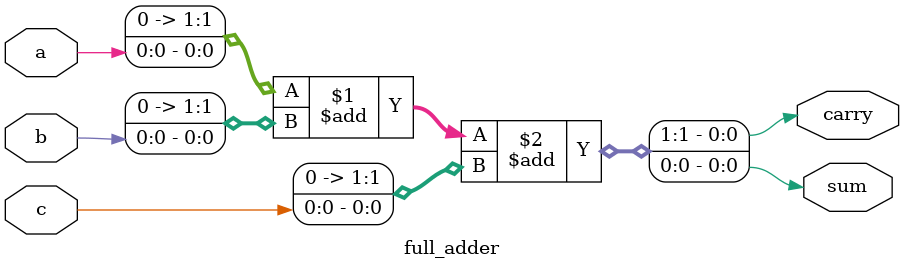
<source format=sv>
module bww_multiplier (
	input bit[7:0] a,
	input bit a_is_signed,
	input bit[7:0] b,
	input bit b_is_signed,

	output bit[7:0] mul,
	output bit[7:0] mulh
);
	wire s0, c0;
	half_adder adder0(.a(a[0] & b[1]), .b(a[1] & b[0]), .sum(s0), .carry(c0));
	wire s1, c1;
	full_adder adder1 (.a(a[0] & b[2]), .b(a[1] & b[1]), .c(a[2] & b[0]), .sum(s1), .carry(c1));
	wire s2, c2;
	half_adder adder2(.a(c0), .b(s1), .sum(s2), .carry(c2));
	wire s3, c3;
	full_adder adder3 (.a(a[0] & b[3]), .b(a[1] & b[2]), .c(a[2] & b[1]), .sum(s3), .carry(c3));
	wire s4, c4;
	full_adder adder4 (.a(a[3] & b[0]), .b(c1), .c(s3), .sum(s4), .carry(c4));
	wire s5, c5;
	half_adder adder5(.a(c2), .b(s4), .sum(s5), .carry(c5));
	wire s6, c6;
	full_adder adder6 (.a(a[0] & b[4]), .b(a[1] & b[3]), .c(a[2] & b[2]), .sum(s6), .carry(c6));
	wire s7, c7;
	full_adder adder7 (.a(a[3] & b[1]), .b(a[4] & b[0]), .c(c3), .sum(s7), .carry(c7));
	wire s8, c8;
	full_adder adder8 (.a(s6), .b(s7), .c(c4), .sum(s8), .carry(c8));
	wire s9, c9;
	half_adder adder9(.a(c5), .b(s8), .sum(s9), .carry(c9));
	wire s10, c10;
	full_adder adder10 (.a(a[0] & b[5]), .b(a[1] & b[4]), .c(a[2] & b[3]), .sum(s10), .carry(c10));
	wire s11, c11;
	full_adder adder11 (.a(a[3] & b[2]), .b(a[4] & b[1]), .c(a[5] & b[0]), .sum(s11), .carry(c11));
	wire s12, c12;
	full_adder adder12 (.a(c6), .b(s10), .c(s11), .sum(s12), .carry(c12));
	wire s13, c13;
	full_adder adder13 (.a(c7), .b(c8), .c(s12), .sum(s13), .carry(c13));
	wire s14, c14;
	half_adder adder14(.a(c9), .b(s13), .sum(s14), .carry(c14));
	wire s15, c15;
	full_adder adder15 (.a(a[0] & b[6]), .b(a[1] & b[5]), .c(a[2] & b[4]), .sum(s15), .carry(c15));
	wire s16, c16;
	full_adder adder16 (.a(a[3] & b[3]), .b(a[4] & b[2]), .c(a[5] & b[1]), .sum(s16), .carry(c16));
	wire s17, c17;
	full_adder adder17 (.a(a[6] & b[0]), .b(c10), .c(c11), .sum(s17), .carry(c17));
	wire s18, c18;
	full_adder adder18 (.a(s15), .b(s16), .c(c12), .sum(s18), .carry(c18));
	wire s19, c19;
	full_adder adder19 (.a(s17), .b(s18), .c(c13), .sum(s19), .carry(c19));
	wire s20, c20;
	half_adder adder20(.a(c14), .b(s19), .sum(s20), .carry(c20));
	wire s21, c21;
	full_adder adder21 (.a(a[0] & b[7]), .b(a[1] & b[6]), .c(a[2] & b[5]), .sum(s21), .carry(c21));
	wire s22, c22;
	full_adder adder22 (.a(a[3] & b[4]), .b(a[4] & b[3]), .c(a[5] & b[2]), .sum(s22), .carry(c22));
	wire s23, c23;
	full_adder adder23 (.a(a[6] & b[1]), .b(a[7] & b[0]), .c(c15), .sum(s23), .carry(c23));
	wire s24, c24;
	full_adder adder24 (.a(c16), .b(s21), .c(s22), .sum(s24), .carry(c24));
	wire s25, c25;
	full_adder adder25 (.a(s23), .b(c17), .c(s24), .sum(s25), .carry(c25));
	wire s26, c26;
	full_adder adder26 (.a(c18), .b(s25), .c(c19), .sum(s26), .carry(c26));
	wire s27, c27;
	half_adder adder27(.a(c20), .b(s26), .sum(s27), .carry(c27));
	wire s28, c28;
	full_adder adder28 (.a(a[1] & b[7]), .b(a[2] & b[6]), .c(a[3] & b[5]), .sum(s28), .carry(c28));
	wire s29, c29;
	full_adder adder29 (.a(a[4] & b[4]), .b(a[5] & b[3]), .c(a[6] & b[2]), .sum(s29), .carry(c29));
	wire s30, c30;
	full_adder adder30 (.a(a[7] & b[1]), .b(~(a[0] & b[7] & b_is_signed)), .c(~(a[7] & a_is_signed & b[0])), .sum(s30), .carry(c30));
	wire s31, c31;
	full_adder adder31 (.a(c21), .b(c22), .c(s28), .sum(s31), .carry(c31));
	wire s32, c32;
	full_adder adder32 (.a(s29), .b(c23), .c(s30), .sum(s32), .carry(c32));
	wire s33, c33;
	full_adder adder33 (.a(c24), .b(s31), .c(s32), .sum(s33), .carry(c33));
	wire s34, c34;
	full_adder adder34 (.a(c25), .b(s33), .c(c26), .sum(s34), .carry(c34));
	wire s35, c35;
	half_adder adder35(.a(c27), .b(s34), .sum(s35), .carry(c35));
	wire s36, c36;
	full_adder adder36 (.a(a[2] & b[7]), .b(a[3] & b[6]), .c(a[4] & b[5]), .sum(s36), .carry(c36));
	wire s37, c37;
	full_adder adder37 (.a(a[5] & b[4]), .b(a[6] & b[3]), .c(a[7] & b[2]), .sum(s37), .carry(c37));
	wire s38, c38;
	full_adder adder38 (.a(~(a[1] & b[7] & b_is_signed)), .b(~(a[7] & a_is_signed & b[1])), .c(c28), .sum(s38), .carry(c38));
	wire s39, c39;
	full_adder adder39 (.a(c29), .b(c30), .c(s36), .sum(s39), .carry(c39));
	wire s40, c40;
	full_adder adder40 (.a(s37), .b(s38), .c(c31), .sum(s40), .carry(c40));
	wire s41, c41;
	full_adder adder41 (.a(c32), .b(s39), .c(s40), .sum(s41), .carry(c41));
	wire s42, c42;
	full_adder adder42 (.a(c33), .b(s41), .c(c34), .sum(s42), .carry(c42));
	wire s43, c43;
	half_adder_plus_one adder43 (.a(c35), .b(s42), .sum(s43), .carry(c43));
	wire s44, c44;
	full_adder adder44 (.a(a[3] & b[7]), .b(a[4] & b[6]), .c(a[5] & b[5]), .sum(s44), .carry(c44));
	wire s45, c45;
	full_adder adder45 (.a(a[6] & b[4]), .b(a[7] & b[3]), .c(~(a[2] & b[7] & b_is_signed)), .sum(s45), .carry(c45));
	wire s46, c46;
	full_adder adder46 (.a(~(a[7] & a_is_signed & b[2])), .b(c36), .c(c37), .sum(s46), .carry(c46));
	wire s47, c47;
	full_adder adder47 (.a(s44), .b(s45), .c(c38), .sum(s47), .carry(c47));
	wire s48, c48;
	full_adder adder48 (.a(c39), .b(s46), .c(c40), .sum(s48), .carry(c48));
	wire s49, c49;
	full_adder adder49 (.a(s47), .b(c41), .c(s48), .sum(s49), .carry(c49));
	wire s50, c50;
	full_adder adder50 (.a(s49), .b(c42), .c(c43), .sum(s50), .carry(c50));
	wire s51, c51;
	full_adder adder51 (.a(a[4] & b[7]), .b(a[5] & b[6]), .c(a[6] & b[5]), .sum(s51), .carry(c51));
	wire s52, c52;
	full_adder adder52 (.a(a[7] & b[4]), .b(~(a[3] & b[7] & b_is_signed)), .c(~(a[7] & a_is_signed & b[3])), .sum(s52), .carry(c52));
	wire s53, c53;
	full_adder adder53 (.a(c44), .b(c45), .c(s51), .sum(s53), .carry(c53));
	wire s54, c54;
	full_adder adder54 (.a(s52), .b(c46), .c(c47), .sum(s54), .carry(c54));
	wire s55, c55;
	full_adder adder55 (.a(s53), .b(c48), .c(s54), .sum(s55), .carry(c55));
	wire s56, c56;
	full_adder adder56 (.a(c49), .b(s55), .c(c50), .sum(s56), .carry(c56));
	wire s57, c57;
	full_adder adder57 (.a(a[5] & b[7]), .b(a[6] & b[6]), .c(a[7] & b[5]), .sum(s57), .carry(c57));
	wire s58, c58;
	full_adder adder58 (.a(~(a[4] & b[7] & b_is_signed)), .b(~(a[7] & a_is_signed & b[4])), .c(c51), .sum(s58), .carry(c58));
	wire s59, c59;
	full_adder adder59 (.a(c52), .b(s57), .c(s58), .sum(s59), .carry(c59));
	wire s60, c60;
	full_adder adder60 (.a(c53), .b(s59), .c(c54), .sum(s60), .carry(c60));
	wire s61, c61;
	full_adder adder61 (.a(s60), .b(c55), .c(c56), .sum(s61), .carry(c61));
	wire s62, c62;
	full_adder adder62 (.a(a[6] & b[7]), .b(a[7] & b[6]), .c(~(a[5] & b[7] & b_is_signed)), .sum(s62), .carry(c62));
	wire s63, c63;
	full_adder adder63 (.a(~(a[7] & a_is_signed & b[5])), .b(c57), .c(s62), .sum(s63), .carry(c63));
	wire s64, c64;
	full_adder adder64 (.a(c58), .b(c59), .c(s63), .sum(s64), .carry(c64));
	wire s65, c65;
	full_adder adder65 (.a(c60), .b(s64), .c(c61), .sum(s65), .carry(c65));
	wire s66, c66;
	full_adder adder66 (.a(a[7] & b[7]), .b(~(a[6] & b[7] & b_is_signed)), .c(~(a[7] & a_is_signed & b[6])), .sum(s66), .carry(c66));
	wire s67, c67;
	full_adder adder67 (.a(c62), .b(s66), .c(c63), .sum(s67), .carry(c67));
	wire s68, c68;
	full_adder adder68 (.a(s67), .b(c64), .c(c65), .sum(s68), .carry(c68));
	assign {mulh, mul} = {
		((((a[7] & b[7] & b_is_signed) ^ (a[7] & a_is_signed & b[7])) ^ (c66)) ^ (c67)) ^ (c68),
		s68,
		s65,
		s61,
		s56,
		s50,
		s43,
		s35,
		s27,
		s20,
		s14,
		s9,
		s5,
		s2,
		s0,
		a[0] & b[0]
	};
endmodule

module half_adder (
	input bit a,
	input bit b,
	output bit sum,
	output bit carry
);
	assign {carry, sum} = 2'(a) + 2'(b);
endmodule

module half_adder_plus_one (
	input bit a,
	input bit b,
	output bit sum,
	output bit carry
);
	assign {carry, sum} = 2'(a) + 2'(b) + 2'b01;
endmodule

module full_adder (
	input bit a,
	input bit b,
	input bit c,
	output bit sum,
	output bit carry
);
	assign {carry, sum} = 2'(a) + 2'(b) + 2'(c);
endmodule

`ifdef TESTING
module test_bww_multiplier;
	bit[7:0] a;
	bit a_is_signed;
	bit[7:0] b;
	bit b_is_signed;
	wire[7:0] mul;
	wire[7:0] mulh;
	bww_multiplier bww_multiplier_module (
		.a(a), .a_is_signed(a_is_signed),
		.b(b), .b_is_signed(b_is_signed),
		.mul(mul), .mulh(mulh)
	);

	initial begin
		a = -8'd1;
		a_is_signed = '0;
		b = -8'd1;
		b_is_signed = '0;
		#1
		assert(mul == 8'd1) else $fatal;
		assert(mulh == -8'd2) else $fatal;

		a = -8'd1;
		a_is_signed = '1;
		b = -8'd1;
		b_is_signed = '0;
		#1
		assert(mul == 8'd1) else $fatal;
		assert(mulh == -8'd1) else $fatal;

		a = -8'd1;
		a_is_signed = '0;
		b = -8'd1;
		b_is_signed = '1;
		#1
		assert(mul == 8'd1) else $fatal;
		assert(mulh == -8'd1) else $fatal;

		a = -8'd1;
		a_is_signed = '1;
		b = -8'd1;
		b_is_signed = '1;
		#1
		assert(mul == 8'd1) else $fatal;
		assert(mulh == 8'd0) else $fatal;
	end
endmodule
`endif

</source>
